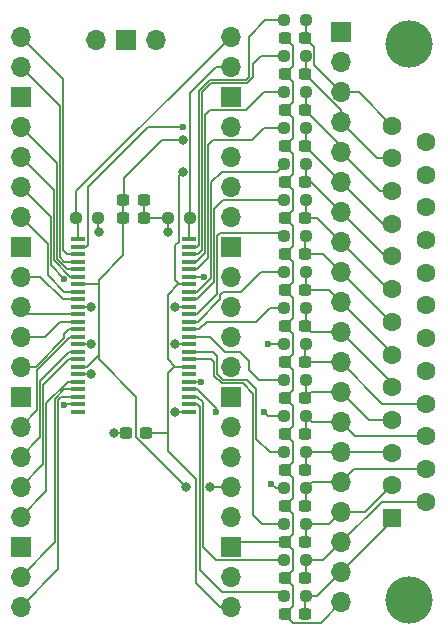
<source format=gbr>
%TF.GenerationSoftware,KiCad,Pcbnew,6.0.10-86aedd382b~118~ubuntu20.04.1*%
%TF.CreationDate,2023-01-18T21:44:42-08:00*%
%TF.ProjectId,parallel2usb,70617261-6c6c-4656-9c32-7573622e6b69,rev?*%
%TF.SameCoordinates,Original*%
%TF.FileFunction,Copper,L1,Top*%
%TF.FilePolarity,Positive*%
%FSLAX46Y46*%
G04 Gerber Fmt 4.6, Leading zero omitted, Abs format (unit mm)*
G04 Created by KiCad (PCBNEW 6.0.10-86aedd382b~118~ubuntu20.04.1) date 2023-01-18 21:44:42*
%MOMM*%
%LPD*%
G01*
G04 APERTURE LIST*
G04 Aperture macros list*
%AMRoundRect*
0 Rectangle with rounded corners*
0 $1 Rounding radius*
0 $2 $3 $4 $5 $6 $7 $8 $9 X,Y pos of 4 corners*
0 Add a 4 corners polygon primitive as box body*
4,1,4,$2,$3,$4,$5,$6,$7,$8,$9,$2,$3,0*
0 Add four circle primitives for the rounded corners*
1,1,$1+$1,$2,$3*
1,1,$1+$1,$4,$5*
1,1,$1+$1,$6,$7*
1,1,$1+$1,$8,$9*
0 Add four rect primitives between the rounded corners*
20,1,$1+$1,$2,$3,$4,$5,0*
20,1,$1+$1,$4,$5,$6,$7,0*
20,1,$1+$1,$6,$7,$8,$9,0*
20,1,$1+$1,$8,$9,$2,$3,0*%
G04 Aperture macros list end*
%TA.AperFunction,SMDPad,CuDef*%
%ADD10RoundRect,0.237500X0.300000X0.237500X-0.300000X0.237500X-0.300000X-0.237500X0.300000X-0.237500X0*%
%TD*%
%TA.AperFunction,SMDPad,CuDef*%
%ADD11RoundRect,0.237500X-0.300000X-0.237500X0.300000X-0.237500X0.300000X0.237500X-0.300000X0.237500X0*%
%TD*%
%TA.AperFunction,SMDPad,CuDef*%
%ADD12RoundRect,0.237500X0.250000X0.237500X-0.250000X0.237500X-0.250000X-0.237500X0.250000X-0.237500X0*%
%TD*%
%TA.AperFunction,SMDPad,CuDef*%
%ADD13R,1.200000X0.400000*%
%TD*%
%TA.AperFunction,ComponentPad*%
%ADD14C,4.000000*%
%TD*%
%TA.AperFunction,ComponentPad*%
%ADD15R,1.600000X1.600000*%
%TD*%
%TA.AperFunction,ComponentPad*%
%ADD16C,1.600000*%
%TD*%
%TA.AperFunction,SMDPad,CuDef*%
%ADD17RoundRect,0.237500X-0.250000X-0.237500X0.250000X-0.237500X0.250000X0.237500X-0.250000X0.237500X0*%
%TD*%
%TA.AperFunction,ComponentPad*%
%ADD18R,1.700000X1.700000*%
%TD*%
%TA.AperFunction,ComponentPad*%
%ADD19O,1.700000X1.700000*%
%TD*%
%TA.AperFunction,ViaPad*%
%ADD20C,0.800000*%
%TD*%
%TA.AperFunction,ViaPad*%
%ADD21C,0.600000*%
%TD*%
%TA.AperFunction,Conductor*%
%ADD22C,0.200000*%
%TD*%
%TA.AperFunction,Conductor*%
%ADD23C,0.127000*%
%TD*%
G04 APERTURE END LIST*
D10*
%TO.P,C3,1*%
%TO.N,/SEL*%
X191717000Y-77597000D03*
%TO.P,C3,2*%
%TO.N,GND*%
X189992000Y-77597000D03*
%TD*%
D11*
%TO.P,C19,1*%
%TO.N,+3.3V*%
X176327000Y-91287600D03*
%TO.P,C19,2*%
%TO.N,GND*%
X178052000Y-91287600D03*
%TD*%
D10*
%TO.P,C16,1*%
%TO.N,/D1*%
X191717000Y-114173000D03*
%TO.P,C16,2*%
%TO.N,GND*%
X189992000Y-114173000D03*
%TD*%
%TO.P,C17,1*%
%TO.N,/D0*%
X191717000Y-120269000D03*
%TO.P,C17,2*%
%TO.N,GND*%
X189992000Y-120269000D03*
%TD*%
D12*
%TO.P,R9,1*%
%TO.N,/SEL*%
X191770000Y-76073000D03*
%TO.P,R9,2*%
%TO.N,Net-(R9-Pad2)*%
X189945000Y-76073000D03*
%TD*%
D10*
%TO.P,C15,1*%
%TO.N,/ERROR*%
X191717000Y-117221000D03*
%TO.P,C15,2*%
%TO.N,GND*%
X189992000Y-117221000D03*
%TD*%
%TO.P,C12,1*%
%TO.N,/ACK*%
X191717000Y-86741000D03*
%TO.P,C12,2*%
%TO.N,GND*%
X189992000Y-86741000D03*
%TD*%
D12*
%TO.P,R3,1*%
%TO.N,/D5*%
X191770000Y-94361000D03*
%TO.P,R3,2*%
%TO.N,Net-(R3-Pad2)*%
X189945000Y-94361000D03*
%TD*%
%TO.P,R12,1*%
%TO.N,/ACK*%
X191770000Y-85217000D03*
%TO.P,R12,2*%
%TO.N,Net-(R12-Pad2)*%
X189945000Y-85217000D03*
%TD*%
D10*
%TO.P,C5,1*%
%TO.N,/D5*%
X191717000Y-95885000D03*
%TO.P,C5,2*%
%TO.N,GND*%
X189992000Y-95885000D03*
%TD*%
%TO.P,C11,1*%
%TO.N,/D3*%
X191717000Y-101981000D03*
%TO.P,C11,2*%
%TO.N,GND*%
X189992000Y-101981000D03*
%TD*%
D12*
%TO.P,R11,1*%
%TO.N,/BUSY*%
X191770000Y-82169000D03*
%TO.P,R11,2*%
%TO.N,Net-(R11-Pad2)*%
X189945000Y-82169000D03*
%TD*%
D13*
%TO.P,U1,1,HD*%
%TO.N,/HD*%
X172464000Y-94615000D03*
%TO.P,U1,2,A9*%
%TO.N,/SEL_3*%
X172464000Y-95250000D03*
%TO.P,U1,3,A10*%
%TO.N,/PE_3*%
X172464000Y-95885000D03*
%TO.P,U1,4,A11*%
%TO.N,/BUSY_3*%
X172464000Y-96520000D03*
%TO.P,U1,5,A12*%
%TO.N,/ACK_3*%
X172464000Y-97155000D03*
%TO.P,U1,6,A13*%
%TO.N,/ERROR_3*%
X172464000Y-97790000D03*
%TO.P,U1,7,Vcc*%
%TO.N,+3.3V*%
X172464000Y-98425000D03*
%TO.P,U1,8,A1*%
%TO.N,/D7_3*%
X172464000Y-99060000D03*
%TO.P,U1,9,A2*%
%TO.N,/D6_3*%
X172464000Y-99695000D03*
%TO.P,U1,10,GND*%
%TO.N,GND*%
X172464000Y-100330000D03*
%TO.P,U1,11,A3*%
%TO.N,/D5_3*%
X172464000Y-100965000D03*
%TO.P,U1,12,A4*%
%TO.N,/D4_3*%
X172464000Y-101600000D03*
%TO.P,U1,13,A5*%
%TO.N,/D3_3*%
X172464000Y-102235000D03*
%TO.P,U1,14,A6*%
%TO.N,/D2_3*%
X172464000Y-102870000D03*
%TO.P,U1,15,GND*%
%TO.N,GND*%
X172464000Y-103505000D03*
%TO.P,U1,16,A7*%
%TO.N,/D1_3*%
X172464000Y-104140000D03*
%TO.P,U1,17,A8*%
%TO.N,/D0_3*%
X172464000Y-104775000D03*
%TO.P,U1,18,Vcc*%
%TO.N,+3.3V*%
X172464000Y-105410000D03*
%TO.P,U1,19,PERI_LOGIC_IN*%
%TO.N,GND*%
X172464000Y-106045000D03*
%TO.P,U1,20,A14*%
%TO.N,/SELIN_3*%
X172464000Y-106680000D03*
%TO.P,U1,21,A15*%
%TO.N,/INIT_3*%
X172464000Y-107315000D03*
%TO.P,U1,22,A16*%
%TO.N,/AUTOF_3*%
X172464000Y-107950000D03*
%TO.P,U1,23,A17*%
%TO.N,/STROBE_3*%
X172464000Y-108585000D03*
%TO.P,U1,24,HOST_LOGIC_OUT*%
%TO.N,unconnected-(U1-Pad24)*%
X172464000Y-109220000D03*
%TO.P,U1,25,HOST_LOGIC_IN*%
%TO.N,GND*%
X181864000Y-109220000D03*
%TO.P,U1,26,C17*%
%TO.N,Net-(R17-Pad2)*%
X181864000Y-108585000D03*
%TO.P,U1,27,C16*%
%TO.N,Net-(R16-Pad2)*%
X181864000Y-107950000D03*
%TO.P,U1,28,C15*%
%TO.N,Net-(R15-Pad2)*%
X181864000Y-107315000D03*
%TO.P,U1,29,C14*%
%TO.N,Net-(R14-Pad2)*%
X181864000Y-106680000D03*
%TO.P,U1,30,PERI_LOGIC_OUT*%
%TO.N,unconnected-(U1-Pad30)*%
X181864000Y-106045000D03*
%TO.P,U1,31,Vcc_Cable*%
%TO.N,+5V*%
X181864000Y-105410000D03*
%TO.P,U1,32,B8*%
%TO.N,Net-(R8-Pad2)*%
X181864000Y-104775000D03*
%TO.P,U1,33,B7*%
%TO.N,Net-(R7-Pad2)*%
X181864000Y-104140000D03*
%TO.P,U1,34,GND*%
%TO.N,GND*%
X181864000Y-103505000D03*
%TO.P,U1,35,B6*%
%TO.N,Net-(R6-Pad2)*%
X181864000Y-102870000D03*
%TO.P,U1,36,B5*%
%TO.N,Net-(R5-Pad2)*%
X181864000Y-102235000D03*
%TO.P,U1,37,B4*%
%TO.N,Net-(R4-Pad2)*%
X181864000Y-101600000D03*
%TO.P,U1,38,B3*%
%TO.N,Net-(R3-Pad2)*%
X181864000Y-100965000D03*
%TO.P,U1,39,GND*%
%TO.N,GND*%
X181864000Y-100330000D03*
%TO.P,U1,40,B2*%
%TO.N,Net-(R2-Pad2)*%
X181864000Y-99695000D03*
%TO.P,U1,41,B1*%
%TO.N,Net-(R1-Pad2)*%
X181864000Y-99060000D03*
%TO.P,U1,42,Vcc_Cable*%
%TO.N,+5V*%
X181864000Y-98425000D03*
%TO.P,U1,43,Y13*%
%TO.N,Net-(R13-Pad2)*%
X181864000Y-97790000D03*
%TO.P,U1,44,Y12*%
%TO.N,Net-(R12-Pad2)*%
X181864000Y-97155000D03*
%TO.P,U1,45,Y11*%
%TO.N,Net-(R11-Pad2)*%
X181864000Y-96520000D03*
%TO.P,U1,46,Y10*%
%TO.N,Net-(R10-Pad2)*%
X181864000Y-95885000D03*
%TO.P,U1,47,Y9*%
%TO.N,Net-(R9-Pad2)*%
X181864000Y-95250000D03*
%TO.P,U1,48,DIR*%
%TO.N,/DIR*%
X181864000Y-94615000D03*
%TD*%
D12*
%TO.P,R16,1*%
%TO.N,/AUTOF*%
X191770000Y-121793000D03*
%TO.P,R16,2*%
%TO.N,Net-(R16-Pad2)*%
X189945000Y-121793000D03*
%TD*%
D10*
%TO.P,C2,1*%
%TO.N,/D6*%
X191717000Y-92837000D03*
%TO.P,C2,2*%
%TO.N,GND*%
X189992000Y-92837000D03*
%TD*%
%TO.P,C4,1*%
%TO.N,/SELIN*%
X191717000Y-105029000D03*
%TO.P,C4,2*%
%TO.N,GND*%
X189992000Y-105029000D03*
%TD*%
%TO.P,C13,1*%
%TO.N,/STROBE*%
X191717000Y-126365000D03*
%TO.P,C13,2*%
%TO.N,GND*%
X189992000Y-126365000D03*
%TD*%
%TO.P,C9,1*%
%TO.N,/BUSY*%
X191717000Y-83693000D03*
%TO.P,C9,2*%
%TO.N,GND*%
X189992000Y-83693000D03*
%TD*%
D12*
%TO.P,R8,1*%
%TO.N,/D0*%
X191770000Y-118745000D03*
%TO.P,R8,2*%
%TO.N,Net-(R8-Pad2)*%
X189945000Y-118745000D03*
%TD*%
%TO.P,R6,1*%
%TO.N,/D2*%
X191770000Y-106553000D03*
%TO.P,R6,2*%
%TO.N,Net-(R6-Pad2)*%
X189945000Y-106553000D03*
%TD*%
D14*
%TO.P,J1,0,PAD*%
%TO.N,GND*%
X200508000Y-78055000D03*
X200508000Y-125155000D03*
D15*
%TO.P,J1,1,1*%
%TO.N,/STROBE*%
X199088000Y-118225000D03*
D16*
%TO.P,J1,2,2*%
%TO.N,/D0*%
X199088000Y-115455000D03*
%TO.P,J1,3,3*%
%TO.N,/D1*%
X199088000Y-112685000D03*
%TO.P,J1,4,4*%
%TO.N,/D2*%
X199088000Y-109915000D03*
%TO.P,J1,5,5*%
%TO.N,/D3*%
X199088000Y-107145000D03*
%TO.P,J1,6,6*%
%TO.N,/D4*%
X199088000Y-104375000D03*
%TO.P,J1,7,7*%
%TO.N,/D5*%
X199088000Y-101605000D03*
%TO.P,J1,8,8*%
%TO.N,/D6*%
X199088000Y-98835000D03*
%TO.P,J1,9,9*%
%TO.N,/D7*%
X199088000Y-96065000D03*
%TO.P,J1,10,10*%
%TO.N,/ACK*%
X199088000Y-93295000D03*
%TO.P,J1,11,11*%
%TO.N,/BUSY*%
X199088000Y-90525000D03*
%TO.P,J1,12,12*%
%TO.N,/PE*%
X199088000Y-87755000D03*
%TO.P,J1,13,13*%
%TO.N,/SEL*%
X199088000Y-84985000D03*
%TO.P,J1,14,P14*%
%TO.N,/AUTOF*%
X201928000Y-116840000D03*
%TO.P,J1,15,P15*%
%TO.N,/ERROR*%
X201928000Y-114070000D03*
%TO.P,J1,16,P16*%
%TO.N,/INIT*%
X201928000Y-111300000D03*
%TO.P,J1,17,P17*%
%TO.N,/SELIN*%
X201928000Y-108530000D03*
%TO.P,J1,18,P18*%
%TO.N,GND*%
X201928000Y-105760000D03*
%TO.P,J1,19,P19*%
X201928000Y-102990000D03*
%TO.P,J1,20,P20*%
X201928000Y-100220000D03*
%TO.P,J1,21,P21*%
X201928000Y-97450000D03*
%TO.P,J1,22,P22*%
X201928000Y-94680000D03*
%TO.P,J1,23,P23*%
X201928000Y-91910000D03*
%TO.P,J1,24,P24*%
X201928000Y-89140000D03*
%TO.P,J1,25,P25*%
X201928000Y-86370000D03*
%TD*%
D12*
%TO.P,R2,1*%
%TO.N,/D6*%
X191770000Y-91313000D03*
%TO.P,R2,2*%
%TO.N,Net-(R2-Pad2)*%
X189945000Y-91313000D03*
%TD*%
%TO.P,R15,1*%
%TO.N,/INIT*%
X191770000Y-109601000D03*
%TO.P,R15,2*%
%TO.N,Net-(R15-Pad2)*%
X189945000Y-109601000D03*
%TD*%
D10*
%TO.P,C10,1*%
%TO.N,/AUTOF*%
X191717000Y-123317000D03*
%TO.P,C10,2*%
%TO.N,GND*%
X189992000Y-123317000D03*
%TD*%
%TO.P,C8,1*%
%TO.N,/D4*%
X191717000Y-98933000D03*
%TO.P,C8,2*%
%TO.N,GND*%
X189992000Y-98933000D03*
%TD*%
%TO.P,C20,1*%
%TO.N,+5V*%
X178281500Y-110998000D03*
%TO.P,C20,2*%
%TO.N,GND*%
X176556500Y-110998000D03*
%TD*%
D12*
%TO.P,R14,1*%
%TO.N,/SELIN*%
X191770000Y-103505000D03*
%TO.P,R14,2*%
%TO.N,Net-(R14-Pad2)*%
X189945000Y-103505000D03*
%TD*%
%TO.P,R18,1*%
%TO.N,GND*%
X174187400Y-92837000D03*
%TO.P,R18,2*%
%TO.N,/HD*%
X172362400Y-92837000D03*
%TD*%
%TO.P,R13,1*%
%TO.N,/ERROR*%
X191770000Y-115697000D03*
%TO.P,R13,2*%
%TO.N,Net-(R13-Pad2)*%
X189945000Y-115697000D03*
%TD*%
%TO.P,R10,1*%
%TO.N,/PE*%
X191770000Y-79121000D03*
%TO.P,R10,2*%
%TO.N,Net-(R10-Pad2)*%
X189945000Y-79121000D03*
%TD*%
D10*
%TO.P,C6,1*%
%TO.N,/PE*%
X191717000Y-80645000D03*
%TO.P,C6,2*%
%TO.N,GND*%
X189992000Y-80645000D03*
%TD*%
%TO.P,C14,1*%
%TO.N,/D2*%
X191717000Y-108077000D03*
%TO.P,C14,2*%
%TO.N,GND*%
X189992000Y-108077000D03*
%TD*%
%TO.P,C1,1*%
%TO.N,/D7*%
X191717000Y-89789000D03*
%TO.P,C1,2*%
%TO.N,GND*%
X189992000Y-89789000D03*
%TD*%
D17*
%TO.P,R19,1*%
%TO.N,GND*%
X180138600Y-92837000D03*
%TO.P,R19,2*%
%TO.N,/DIR*%
X181963600Y-92837000D03*
%TD*%
D12*
%TO.P,R17,1*%
%TO.N,/STROBE*%
X191770000Y-124841000D03*
%TO.P,R17,2*%
%TO.N,Net-(R17-Pad2)*%
X189945000Y-124841000D03*
%TD*%
%TO.P,R7,1*%
%TO.N,/D1*%
X191770000Y-112649000D03*
%TO.P,R7,2*%
%TO.N,Net-(R7-Pad2)*%
X189945000Y-112649000D03*
%TD*%
D11*
%TO.P,C18,1*%
%TO.N,+3.3V*%
X176327000Y-92837000D03*
%TO.P,C18,2*%
%TO.N,GND*%
X178052000Y-92837000D03*
%TD*%
D10*
%TO.P,C7,1*%
%TO.N,/INIT*%
X191717000Y-111125000D03*
%TO.P,C7,2*%
%TO.N,GND*%
X189992000Y-111125000D03*
%TD*%
D12*
%TO.P,R1,1*%
%TO.N,/D7*%
X191770000Y-88265000D03*
%TO.P,R1,2*%
%TO.N,Net-(R1-Pad2)*%
X189945000Y-88265000D03*
%TD*%
%TO.P,R4,1*%
%TO.N,/D4*%
X191770000Y-97409000D03*
%TO.P,R4,2*%
%TO.N,Net-(R4-Pad2)*%
X189945000Y-97409000D03*
%TD*%
D18*
%TO.P,J2,1,Pin_1*%
%TO.N,+3.3V*%
X194770000Y-77089000D03*
D19*
%TO.P,J2,2,Pin_2*%
%TO.N,+5V*%
X194770000Y-79629000D03*
%TO.P,J2,3,Pin_3*%
%TO.N,/SEL*%
X194770000Y-82169000D03*
%TO.P,J2,4,Pin_4*%
%TO.N,/PE*%
X194770000Y-84709000D03*
%TO.P,J2,5,Pin_5*%
%TO.N,/BUSY*%
X194770000Y-87249000D03*
%TO.P,J2,6,Pin_6*%
%TO.N,/ACK*%
X194770000Y-89789000D03*
%TO.P,J2,7,Pin_7*%
%TO.N,/D7*%
X194770000Y-92329000D03*
%TO.P,J2,8,Pin_8*%
%TO.N,/D6*%
X194770000Y-94869000D03*
%TO.P,J2,9,Pin_9*%
%TO.N,/D5*%
X194770000Y-97409000D03*
%TO.P,J2,10,Pin_10*%
%TO.N,/D4*%
X194770000Y-99949000D03*
%TO.P,J2,11,Pin_11*%
%TO.N,/D3*%
X194770000Y-102489000D03*
%TO.P,J2,12,Pin_12*%
%TO.N,/SELIN*%
X194770000Y-105029000D03*
%TO.P,J2,13,Pin_13*%
%TO.N,/D2*%
X194770000Y-107569000D03*
%TO.P,J2,14,Pin_14*%
%TO.N,/INIT*%
X194770000Y-110109000D03*
%TO.P,J2,15,Pin_15*%
%TO.N,/D1*%
X194770000Y-112649000D03*
%TO.P,J2,16,Pin_16*%
%TO.N,/ERROR*%
X194770000Y-115189000D03*
%TO.P,J2,17,Pin_17*%
%TO.N,/D0*%
X194770000Y-117729000D03*
%TO.P,J2,18,Pin_18*%
%TO.N,/AUTOF*%
X194770000Y-120269000D03*
%TO.P,J2,19,Pin_19*%
%TO.N,/STROBE*%
X194770000Y-122809000D03*
%TO.P,J2,20,Pin_20*%
%TO.N,GND*%
X194770000Y-125349000D03*
%TD*%
D12*
%TO.P,R5,1*%
%TO.N,/D3*%
X191770000Y-100457000D03*
%TO.P,R5,2*%
%TO.N,Net-(R5-Pad2)*%
X189945000Y-100457000D03*
%TD*%
D19*
%TO.P,U2,1,GPIO0*%
%TO.N,/AUTOF_3*%
X167640000Y-125730000D03*
%TO.P,U2,2,GPIO1*%
%TO.N,/INIT_3*%
X167640000Y-123190000D03*
D18*
%TO.P,U2,3,GND*%
%TO.N,GND*%
X167640000Y-120650000D03*
D19*
%TO.P,U2,4,GPIO2*%
%TO.N,/SELIN_3*%
X167640000Y-118110000D03*
%TO.P,U2,5,GPIO3*%
%TO.N,/D0_3*%
X167640000Y-115570000D03*
%TO.P,U2,6,GPIO4*%
%TO.N,/D1_3*%
X167640000Y-113030000D03*
%TO.P,U2,7,GPIO5*%
%TO.N,/D2_3*%
X167640000Y-110490000D03*
D18*
%TO.P,U2,8,GND*%
%TO.N,GND*%
X167640000Y-107950000D03*
D19*
%TO.P,U2,9,GPIO6*%
%TO.N,/D3_3*%
X167640000Y-105410000D03*
%TO.P,U2,10,GPIO7*%
%TO.N,/D4_3*%
X167640000Y-102870000D03*
%TO.P,U2,11,GPIO8*%
%TO.N,/D5_3*%
X167640000Y-100330000D03*
%TO.P,U2,12,GPIO9*%
%TO.N,/D6_3*%
X167640000Y-97790000D03*
D18*
%TO.P,U2,13,GND*%
%TO.N,GND*%
X167640000Y-95250000D03*
D19*
%TO.P,U2,14,GPIO10*%
%TO.N,/D7_3*%
X167640000Y-92710000D03*
%TO.P,U2,15,GPIO11*%
%TO.N,/STROBE_3*%
X167640000Y-90170000D03*
%TO.P,U2,16,GPIO12*%
%TO.N,/ERROR_3*%
X167640000Y-87630000D03*
%TO.P,U2,17,GPIO13*%
%TO.N,/ACK_3*%
X167640000Y-85090000D03*
D18*
%TO.P,U2,18,GND*%
%TO.N,GND*%
X167640000Y-82550000D03*
D19*
%TO.P,U2,19,GPIO14*%
%TO.N,/BUSY_3*%
X167640000Y-80010000D03*
%TO.P,U2,20,GPIO15*%
%TO.N,/PE_3*%
X167640000Y-77470000D03*
%TO.P,U2,21,GPIO16*%
%TO.N,/HD*%
X185420000Y-77470000D03*
%TO.P,U2,22,GPIO17*%
%TO.N,/DIR*%
X185420000Y-80010000D03*
D18*
%TO.P,U2,23,GND*%
%TO.N,GND*%
X185420000Y-82550000D03*
D19*
%TO.P,U2,24,GPIO18*%
%TO.N,/SEL_3*%
X185420000Y-85090000D03*
%TO.P,U2,25,GPIO19*%
%TO.N,unconnected-(U2-Pad25)*%
X185420000Y-87630000D03*
%TO.P,U2,26,GPIO20*%
%TO.N,unconnected-(U2-Pad26)*%
X185420000Y-90170000D03*
%TO.P,U2,27,GPIO21*%
%TO.N,/JUMPER_PIN*%
X185420000Y-92710000D03*
D18*
%TO.P,U2,28,GND*%
%TO.N,GND*%
X185420000Y-95250000D03*
D19*
%TO.P,U2,29,GPIO22*%
%TO.N,unconnected-(U2-Pad29)*%
X185420000Y-97790000D03*
%TO.P,U2,30,RUN*%
%TO.N,unconnected-(U2-Pad30)*%
X185420000Y-100330000D03*
%TO.P,U2,31,GPIO26_ADC0*%
%TO.N,unconnected-(U2-Pad31)*%
X185420000Y-102870000D03*
%TO.P,U2,32,GPIO27_ADC1*%
%TO.N,unconnected-(U2-Pad32)*%
X185420000Y-105410000D03*
D18*
%TO.P,U2,33,AGND*%
%TO.N,GND*%
X185420000Y-107950000D03*
D19*
%TO.P,U2,34,GPIO28_ADC2*%
X185420000Y-110490000D03*
%TO.P,U2,35,ADC_VREF*%
%TO.N,unconnected-(U2-Pad35)*%
X185420000Y-113030000D03*
%TO.P,U2,36,3V3*%
%TO.N,+3.3V*%
X185420000Y-115570000D03*
%TO.P,U2,37,3V3_EN*%
%TO.N,unconnected-(U2-Pad37)*%
X185420000Y-118110000D03*
D18*
%TO.P,U2,38,GND*%
%TO.N,GND*%
X185420000Y-120650000D03*
D19*
%TO.P,U2,39,VSYS*%
%TO.N,unconnected-(U2-Pad39)*%
X185420000Y-123190000D03*
%TO.P,U2,40,VBUS*%
%TO.N,+5V*%
X185420000Y-125730000D03*
%TO.P,U2,41,SWCLK*%
%TO.N,unconnected-(U2-Pad41)*%
X173990000Y-77700000D03*
D18*
%TO.P,U2,42,GND*%
%TO.N,unconnected-(U2-Pad42)*%
X176530000Y-77700000D03*
D19*
%TO.P,U2,43,SWDIO*%
%TO.N,unconnected-(U2-Pad43)*%
X179070000Y-77700000D03*
%TD*%
D20*
%TO.N,GND*%
X180721000Y-103505000D03*
X174244000Y-93980000D03*
X173609000Y-100330000D03*
X180721000Y-100330000D03*
X173609000Y-106045000D03*
X173609000Y-103505000D03*
X175514000Y-110998000D03*
X180086000Y-93980000D03*
X180721000Y-109220000D03*
%TO.N,+3.3V*%
X183642000Y-115570000D03*
X181356000Y-86233000D03*
X181610000Y-115570000D03*
%TO.N,+5V*%
X181356000Y-88900000D03*
D21*
%TO.N,Net-(R13-Pad2)*%
X188849000Y-115316000D03*
X183134000Y-97790000D03*
%TO.N,Net-(R14-Pad2)*%
X182880000Y-106680000D03*
X188595000Y-103505000D03*
%TO.N,Net-(R15-Pad2)*%
X184150000Y-109220000D03*
X188214000Y-109220000D03*
%TO.N,/STROBE_3*%
X171340803Y-108611705D03*
X171294017Y-97945983D03*
%TO.N,/SEL_3*%
X181356000Y-85090000D03*
%TD*%
D22*
%TO.N,GND*%
X189992000Y-117221000D02*
X190659500Y-117888500D01*
X190659500Y-102648500D02*
X190659500Y-104361500D01*
X190659500Y-81312500D02*
X190659500Y-83025500D01*
X178052000Y-92837000D02*
X180138600Y-92837000D01*
X190694000Y-127067000D02*
X193052000Y-127067000D01*
X193052000Y-127067000D02*
X194770000Y-125349000D01*
X190659500Y-78264500D02*
X190659500Y-79977500D01*
X178052000Y-91287600D02*
X178052000Y-92837000D01*
X190659500Y-117888500D02*
X190659500Y-119601500D01*
X189992000Y-123317000D02*
X190659500Y-123984500D01*
X190659500Y-123984500D02*
X190659500Y-125697500D01*
X190659500Y-119601500D02*
X189992000Y-120269000D01*
X181064000Y-100330000D02*
X180721000Y-100330000D01*
X181864000Y-109220000D02*
X180721000Y-109220000D01*
X190659500Y-114840500D02*
X190659500Y-116553500D01*
X189992000Y-114173000D02*
X190659500Y-114840500D01*
X189992000Y-95885000D02*
X190659500Y-96552500D01*
X190659500Y-93504500D02*
X190659500Y-95217500D01*
X181064000Y-100330000D02*
X181864000Y-100330000D01*
X190659500Y-125697500D02*
X189992000Y-126365000D01*
X180138600Y-92837000D02*
X180138600Y-93927400D01*
X185801000Y-120269000D02*
X185420000Y-120650000D01*
X189992000Y-111125000D02*
X190659500Y-111792500D01*
X189992000Y-86741000D02*
X190659500Y-87408500D01*
X190659500Y-122649500D02*
X189992000Y-123317000D01*
X189992000Y-89789000D02*
X190659500Y-90456500D01*
X189992000Y-77597000D02*
X190659500Y-78264500D01*
X190659500Y-95217500D02*
X189992000Y-95885000D01*
X190659500Y-96552500D02*
X190659500Y-98265500D01*
X189992000Y-101981000D02*
X190659500Y-102648500D01*
X190659500Y-116553500D02*
X189992000Y-117221000D01*
X190659500Y-83025500D02*
X189992000Y-83693000D01*
X172464000Y-103505000D02*
X173609000Y-103505000D01*
X180138600Y-93927400D02*
X180086000Y-93980000D01*
X190659500Y-86073500D02*
X189992000Y-86741000D01*
X190659500Y-84360500D02*
X190659500Y-86073500D01*
X190659500Y-113505500D02*
X189992000Y-114173000D01*
X172464000Y-100330000D02*
X173609000Y-100330000D01*
X190659500Y-110457500D02*
X189992000Y-111125000D01*
X189992000Y-98933000D02*
X190659500Y-99600500D01*
X190659500Y-79977500D02*
X189992000Y-80645000D01*
X190659500Y-104361500D02*
X189992000Y-105029000D01*
X190659500Y-120936500D02*
X190659500Y-122649500D01*
X190659500Y-99600500D02*
X190659500Y-101313500D01*
X190659500Y-92169500D02*
X189992000Y-92837000D01*
X189992000Y-126365000D02*
X190694000Y-127067000D01*
X190659500Y-87408500D02*
X190659500Y-89121500D01*
X176556500Y-110998000D02*
X175514000Y-110998000D01*
X190659500Y-98265500D02*
X189992000Y-98933000D01*
X172464000Y-106045000D02*
X173609000Y-106045000D01*
X190659500Y-101313500D02*
X189992000Y-101981000D01*
X189992000Y-80645000D02*
X190659500Y-81312500D01*
X190659500Y-107409500D02*
X189992000Y-108077000D01*
X189992000Y-92837000D02*
X190659500Y-93504500D01*
X190659500Y-89121500D02*
X189992000Y-89789000D01*
X189992000Y-120269000D02*
X185801000Y-120269000D01*
X189992000Y-83693000D02*
X190659500Y-84360500D01*
X189992000Y-120269000D02*
X190659500Y-120936500D01*
X181864000Y-103505000D02*
X180721000Y-103505000D01*
X189992000Y-105029000D02*
X190659500Y-105696500D01*
X190659500Y-105696500D02*
X190659500Y-107409500D01*
X174187400Y-92837000D02*
X174187400Y-93923400D01*
X189992000Y-108077000D02*
X190659500Y-108744500D01*
X174187400Y-93923400D02*
X174244000Y-93980000D01*
X190659500Y-108744500D02*
X190659500Y-110457500D01*
X190659500Y-90456500D02*
X190659500Y-92169500D01*
X190659500Y-111792500D02*
X190659500Y-113505500D01*
D23*
%TO.N,/STROBE*%
X191770000Y-124841000D02*
X192738000Y-124841000D01*
X192738000Y-124841000D02*
X194770000Y-122809000D01*
X191717000Y-124894000D02*
X191717000Y-126365000D01*
X191770000Y-124841000D02*
X191717000Y-124894000D01*
X199088000Y-118491000D02*
X199088000Y-118225000D01*
X194770000Y-122809000D02*
X199088000Y-118491000D01*
%TO.N,/D0*%
X191770000Y-120216000D02*
X191717000Y-120269000D01*
X193754000Y-118745000D02*
X194770000Y-117729000D01*
X191770000Y-118745000D02*
X191770000Y-120216000D01*
X196814000Y-117729000D02*
X199088000Y-115455000D01*
X191770000Y-118745000D02*
X193754000Y-118745000D01*
X194770000Y-117729000D02*
X196814000Y-117729000D01*
%TO.N,/D1*%
X199052000Y-112649000D02*
X199088000Y-112685000D01*
X194770000Y-112649000D02*
X199052000Y-112649000D01*
X191770000Y-112649000D02*
X194770000Y-112649000D01*
X191770000Y-112649000D02*
X191770000Y-114120000D01*
X191770000Y-114120000D02*
X191717000Y-114173000D01*
%TO.N,/D2*%
X197116000Y-109915000D02*
X199088000Y-109915000D01*
X191770000Y-108024000D02*
X191717000Y-108077000D01*
X194770000Y-107569000D02*
X197116000Y-109915000D01*
X191717000Y-108077000D02*
X192225000Y-107569000D01*
X192225000Y-107569000D02*
X194770000Y-107569000D01*
X191770000Y-106553000D02*
X191770000Y-108024000D01*
%TO.N,/D3*%
X191770000Y-100457000D02*
X191770000Y-101928000D01*
X191717000Y-101981000D02*
X192225000Y-102489000D01*
X194770000Y-102489000D02*
X199088000Y-106807000D01*
X192225000Y-102489000D02*
X194770000Y-102489000D01*
X191770000Y-101928000D02*
X191717000Y-101981000D01*
X199088000Y-106807000D02*
X199088000Y-107145000D01*
%TO.N,/D4*%
X191770000Y-97409000D02*
X191770000Y-98880000D01*
X193754000Y-98933000D02*
X194770000Y-99949000D01*
X199088000Y-104267000D02*
X199088000Y-104375000D01*
X194770000Y-99949000D02*
X199088000Y-104267000D01*
X191770000Y-98880000D02*
X191717000Y-98933000D01*
X191717000Y-98933000D02*
X193754000Y-98933000D01*
%TO.N,/D5*%
X191717000Y-94414000D02*
X191717000Y-95885000D01*
X193246000Y-95885000D02*
X194770000Y-97409000D01*
X191770000Y-94361000D02*
X191717000Y-94414000D01*
X198966000Y-101605000D02*
X199088000Y-101605000D01*
X191717000Y-95885000D02*
X193246000Y-95885000D01*
X194770000Y-97409000D02*
X198966000Y-101605000D01*
%TO.N,/D6*%
X194770000Y-94869000D02*
X198736000Y-98835000D01*
X198736000Y-98835000D02*
X199088000Y-98835000D01*
X192738000Y-92837000D02*
X194770000Y-94869000D01*
X191770000Y-91313000D02*
X191770000Y-92784000D01*
X191717000Y-92837000D02*
X192738000Y-92837000D01*
X191770000Y-92784000D02*
X191717000Y-92837000D01*
%TO.N,/ACK*%
X194770000Y-89789000D02*
X198276000Y-93295000D01*
X191722000Y-86741000D02*
X194770000Y-89789000D01*
X198276000Y-93295000D02*
X199088000Y-93295000D01*
X191717000Y-86741000D02*
X191722000Y-86741000D01*
X191770000Y-85217000D02*
X191770000Y-86688000D01*
X191770000Y-86688000D02*
X191717000Y-86741000D01*
%TO.N,/BUSY*%
X191770000Y-83640000D02*
X191717000Y-83693000D01*
X194770000Y-87249000D02*
X198046000Y-90525000D01*
X194770000Y-86746000D02*
X194770000Y-87249000D01*
X198046000Y-90525000D02*
X199088000Y-90525000D01*
X191770000Y-82169000D02*
X191770000Y-83640000D01*
X191717000Y-83693000D02*
X194770000Y-86746000D01*
%TO.N,/PE*%
X191717000Y-80645000D02*
X194770000Y-83698000D01*
X194770000Y-83698000D02*
X194770000Y-84709000D01*
X194770000Y-84709000D02*
X197816000Y-87755000D01*
X197816000Y-87755000D02*
X199088000Y-87755000D01*
X191770000Y-79121000D02*
X191770000Y-80592000D01*
X191770000Y-80592000D02*
X191717000Y-80645000D01*
%TO.N,/SEL*%
X191717000Y-77597000D02*
X192448000Y-78328000D01*
X196272000Y-82169000D02*
X199088000Y-84985000D01*
X194770000Y-82169000D02*
X196272000Y-82169000D01*
X192448000Y-79847000D02*
X194770000Y-82169000D01*
X191770000Y-76073000D02*
X191770000Y-77544000D01*
X192448000Y-78328000D02*
X192448000Y-79847000D01*
X191770000Y-77544000D02*
X191717000Y-77597000D01*
%TO.N,/AUTOF*%
X191770000Y-121793000D02*
X193246000Y-121793000D01*
X194770000Y-120269000D02*
X198199000Y-116840000D01*
X191770000Y-123264000D02*
X191717000Y-123317000D01*
X198199000Y-116840000D02*
X201928000Y-116840000D01*
X193246000Y-121793000D02*
X194770000Y-120269000D01*
X191770000Y-121793000D02*
X191770000Y-123264000D01*
%TO.N,/ERROR*%
X191770000Y-117168000D02*
X191717000Y-117221000D01*
X195889000Y-114070000D02*
X201928000Y-114070000D01*
X192278000Y-115189000D02*
X194770000Y-115189000D01*
X191770000Y-115697000D02*
X192278000Y-115189000D01*
X194770000Y-115189000D02*
X195889000Y-114070000D01*
X191770000Y-115697000D02*
X191770000Y-117168000D01*
%TO.N,/INIT*%
X191770000Y-109601000D02*
X191770000Y-111072000D01*
X192278000Y-110109000D02*
X194770000Y-110109000D01*
X194770000Y-110109000D02*
X195961000Y-111300000D01*
X191770000Y-109601000D02*
X192278000Y-110109000D01*
X191770000Y-111072000D02*
X191717000Y-111125000D01*
X195961000Y-111300000D02*
X201928000Y-111300000D01*
%TO.N,/SELIN*%
X191770000Y-103505000D02*
X191717000Y-103558000D01*
X191717000Y-105029000D02*
X194770000Y-105029000D01*
X191717000Y-103558000D02*
X191717000Y-105029000D01*
X198271000Y-108530000D02*
X201928000Y-108530000D01*
X194770000Y-105029000D02*
X198271000Y-108530000D01*
%TO.N,/D7*%
X191770000Y-89736000D02*
X191717000Y-89789000D01*
X198506000Y-96065000D02*
X199088000Y-96065000D01*
X194770000Y-92329000D02*
X198506000Y-96065000D01*
X191717000Y-89789000D02*
X192230000Y-89789000D01*
X192230000Y-89789000D02*
X194770000Y-92329000D01*
X191770000Y-88265000D02*
X191770000Y-89736000D01*
%TO.N,/D7_3*%
X172464000Y-99060000D02*
X171323000Y-99060000D01*
X169926000Y-97663000D02*
X169926000Y-94996000D01*
X171323000Y-99060000D02*
X169926000Y-97663000D01*
X169926000Y-94996000D02*
X167640000Y-92710000D01*
%TO.N,/D6_3*%
X172464000Y-99695000D02*
X171196000Y-99695000D01*
X171196000Y-99695000D02*
X169291000Y-97790000D01*
X169291000Y-97790000D02*
X167640000Y-97790000D01*
%TO.N,/D5_3*%
X167640000Y-100330000D02*
X168275000Y-100965000D01*
X168275000Y-100965000D02*
X172464000Y-100965000D01*
%TO.N,/D4_3*%
X169672000Y-102870000D02*
X170942000Y-101600000D01*
X167640000Y-102870000D02*
X169672000Y-102870000D01*
X170942000Y-101600000D02*
X172464000Y-101600000D01*
%TO.N,/D3_3*%
X171323000Y-102997000D02*
X171323000Y-102649000D01*
X167640000Y-105410000D02*
X168910000Y-105410000D01*
X171323000Y-102649000D02*
X171737000Y-102235000D01*
X168910000Y-105410000D02*
X171323000Y-102997000D01*
X171737000Y-102235000D02*
X172464000Y-102235000D01*
%TO.N,/D2_3*%
X171831000Y-102870000D02*
X172464000Y-102870000D01*
X169037000Y-105641504D02*
X171576501Y-103102003D01*
X171598997Y-103102003D02*
X171831000Y-102870000D01*
X169037000Y-109093000D02*
X169037000Y-105641504D01*
X171576501Y-103102003D02*
X171598997Y-103102003D01*
X167640000Y-110490000D02*
X169037000Y-109093000D01*
%TO.N,/D1_3*%
X171737000Y-104140000D02*
X172464000Y-104140000D01*
X169291000Y-106586000D02*
X171737000Y-104140000D01*
X167640000Y-113030000D02*
X169291000Y-111379000D01*
X169291000Y-111379000D02*
X169291000Y-106586000D01*
%TO.N,/D0_3*%
X169545000Y-113665000D02*
X169545000Y-106967000D01*
X169545000Y-106967000D02*
X171737000Y-104775000D01*
X171737000Y-104775000D02*
X172464000Y-104775000D01*
X167640000Y-115570000D02*
X169545000Y-113665000D01*
D22*
%TO.N,+3.3V*%
X179578000Y-86233000D02*
X181356000Y-86233000D01*
X174235500Y-98052500D02*
X176327000Y-95961000D01*
X176327000Y-95961000D02*
X176327000Y-92837000D01*
X174235500Y-104766500D02*
X177419000Y-107950000D01*
X176403000Y-89408000D02*
X179578000Y-86233000D01*
X176403000Y-91211600D02*
X176403000Y-89408000D01*
X172464000Y-98425000D02*
X174227000Y-98425000D01*
X185420000Y-115570000D02*
X183642000Y-115570000D01*
X176327000Y-91287600D02*
X176327000Y-92837000D01*
X172464000Y-105410000D02*
X173264000Y-105410000D01*
X174235500Y-104438500D02*
X174235500Y-98416500D01*
X174235500Y-104438500D02*
X174235500Y-104766500D01*
X173264000Y-105410000D02*
X174235500Y-104438500D01*
X177419000Y-107950000D02*
X177419000Y-111379000D01*
X174227000Y-98425000D02*
X174235500Y-98416500D01*
X177419000Y-111379000D02*
X181610000Y-115570000D01*
X174235500Y-98416500D02*
X174235500Y-98052500D01*
X176327000Y-91287600D02*
X176403000Y-91211600D01*
%TO.N,+5V*%
X180721000Y-95123000D02*
X180721000Y-98082000D01*
X180086000Y-105918000D02*
X180594000Y-105410000D01*
X181064000Y-98425000D02*
X181864000Y-98425000D01*
X184531000Y-125730000D02*
X182508499Y-123707499D01*
X180594000Y-105410000D02*
X180975000Y-105410000D01*
X182508499Y-114944499D02*
X180086000Y-112522000D01*
X181356000Y-88900000D02*
X181037000Y-89219000D01*
X180975000Y-98425000D02*
X181864000Y-98425000D01*
X180721000Y-105410000D02*
X180086000Y-104775000D01*
X180086000Y-112522000D02*
X180086000Y-110998000D01*
X178281500Y-110998000D02*
X180086000Y-110998000D01*
X182508499Y-123707499D02*
X182508499Y-114944499D01*
X180086000Y-104775000D02*
X180086000Y-99314000D01*
X181037000Y-89219000D02*
X181037000Y-94807000D01*
X181037000Y-94807000D02*
X180721000Y-95123000D01*
X180086000Y-110998000D02*
X180086000Y-105918000D01*
X185420000Y-125730000D02*
X184531000Y-125730000D01*
X181864000Y-105410000D02*
X180975000Y-105410000D01*
X180721000Y-98082000D02*
X181064000Y-98425000D01*
X180975000Y-105410000D02*
X180721000Y-105410000D01*
X180086000Y-99314000D02*
X180975000Y-98425000D01*
D23*
%TO.N,Net-(R1-Pad2)*%
X181864000Y-99060000D02*
X182591000Y-99060000D01*
X184658000Y-88900000D02*
X189310000Y-88900000D01*
X183769000Y-89789000D02*
X184658000Y-88900000D01*
X183769000Y-97882000D02*
X183769000Y-89789000D01*
X189310000Y-88900000D02*
X189945000Y-88265000D01*
X182591000Y-99060000D02*
X183769000Y-97882000D01*
%TO.N,Net-(R2-Pad2)*%
X181864000Y-99695000D02*
X182591000Y-99695000D01*
X184785000Y-91313000D02*
X189945000Y-91313000D01*
X184023000Y-98263000D02*
X184023000Y-92075000D01*
X184023000Y-92075000D02*
X184785000Y-91313000D01*
X182591000Y-99695000D02*
X184023000Y-98263000D01*
%TO.N,Net-(R3-Pad2)*%
X184277000Y-99279000D02*
X184277000Y-94361000D01*
X184277000Y-94361000D02*
X184531000Y-94107000D01*
X184531000Y-94107000D02*
X189691000Y-94107000D01*
X189691000Y-94107000D02*
X189945000Y-94361000D01*
X182591000Y-100965000D02*
X184277000Y-99279000D01*
X181864000Y-100965000D02*
X182591000Y-100965000D01*
%TO.N,Net-(R4-Pad2)*%
X187960000Y-97409000D02*
X189945000Y-97409000D01*
X186309000Y-99060000D02*
X187960000Y-97409000D01*
X184531000Y-99695000D02*
X184531000Y-99314000D01*
X181864000Y-101600000D02*
X182626000Y-101600000D01*
X182626000Y-101600000D02*
X184531000Y-99695000D01*
X184531000Y-99314000D02*
X184785000Y-99060000D01*
X184785000Y-99060000D02*
X186309000Y-99060000D01*
%TO.N,Net-(R5-Pad2)*%
X187579000Y-101600000D02*
X188722000Y-100457000D01*
X181864000Y-102235000D02*
X182753000Y-102235000D01*
X188722000Y-100457000D02*
X189945000Y-100457000D01*
X183388000Y-101600000D02*
X187579000Y-101600000D01*
X182753000Y-102235000D02*
X183388000Y-101600000D01*
%TO.N,Net-(R6-Pad2)*%
X186944000Y-104902000D02*
X186944000Y-105664000D01*
X187833000Y-106553000D02*
X189945000Y-106553000D01*
X186944000Y-105664000D02*
X187833000Y-106553000D01*
X183642000Y-102870000D02*
X184912000Y-104140000D01*
X184912000Y-104140000D02*
X186182000Y-104140000D01*
X186182000Y-104140000D02*
X186944000Y-104902000D01*
X181864000Y-102870000D02*
X183642000Y-102870000D01*
%TO.N,Net-(R7-Pad2)*%
X188722000Y-112649000D02*
X189945000Y-112649000D01*
X181864000Y-104140000D02*
X183896000Y-104140000D01*
X187579000Y-107315000D02*
X187579000Y-111506000D01*
X184277000Y-104521000D02*
X184277000Y-106045000D01*
X183896000Y-104140000D02*
X184277000Y-104521000D01*
X184785000Y-106553000D02*
X186817000Y-106553000D01*
X187579000Y-111506000D02*
X188722000Y-112649000D01*
X186817000Y-106553000D02*
X187579000Y-107315000D01*
X184277000Y-106045000D02*
X184785000Y-106553000D01*
%TO.N,Net-(R8-Pad2)*%
X188087000Y-118745000D02*
X189945000Y-118745000D01*
X183769000Y-104775000D02*
X184023000Y-105029000D01*
X187325000Y-117983000D02*
X188087000Y-118745000D01*
X184658000Y-106807000D02*
X186436000Y-106807000D01*
X181864000Y-104775000D02*
X183769000Y-104775000D01*
X187325000Y-107696000D02*
X187325000Y-117983000D01*
X184023000Y-106172000D02*
X184658000Y-106807000D01*
X184023000Y-105029000D02*
X184023000Y-106172000D01*
X186436000Y-106807000D02*
X187325000Y-107696000D01*
%TO.N,Net-(R9-Pad2)*%
X188341000Y-76073000D02*
X189945000Y-76073000D01*
X182753499Y-82063997D02*
X183663997Y-81153499D01*
X182753499Y-95087501D02*
X182753499Y-82063997D01*
X186689501Y-81153499D02*
X186944000Y-80899000D01*
X181864000Y-95250000D02*
X182591000Y-95250000D01*
X182591000Y-95250000D02*
X182753499Y-95087501D01*
X186944000Y-80899000D02*
X186944000Y-77470000D01*
X183663997Y-81153499D02*
X186689501Y-81153499D01*
X186944000Y-77470000D02*
X188341000Y-76073000D01*
%TO.N,Net-(R10-Pad2)*%
X183769000Y-81407000D02*
X186817000Y-81407000D01*
X182626000Y-95885000D02*
X183007000Y-95504000D01*
X183007000Y-82169000D02*
X183769000Y-81407000D01*
X187960000Y-79121000D02*
X189945000Y-79121000D01*
X183007000Y-95504000D02*
X183007000Y-82169000D01*
X187325000Y-79756000D02*
X187960000Y-79121000D01*
X186817000Y-81407000D02*
X187325000Y-80899000D01*
X181864000Y-95885000D02*
X182626000Y-95885000D01*
X187325000Y-80899000D02*
X187325000Y-79756000D01*
%TO.N,Net-(R11-Pad2)*%
X181864000Y-96520000D02*
X182499000Y-96520000D01*
X182499000Y-96520000D02*
X183261000Y-95758000D01*
X186690000Y-83693000D02*
X188214000Y-82169000D01*
X183642000Y-83693000D02*
X186690000Y-83693000D01*
X183261000Y-95758000D02*
X183261000Y-84074000D01*
X188214000Y-82169000D02*
X189945000Y-82169000D01*
X183261000Y-84074000D02*
X183642000Y-83693000D01*
%TO.N,Net-(R12-Pad2)*%
X183896000Y-86233000D02*
X187198000Y-86233000D01*
X188214000Y-85217000D02*
X189945000Y-85217000D01*
X181864000Y-97155000D02*
X182591000Y-97155000D01*
X187198000Y-86233000D02*
X188214000Y-85217000D01*
X182591000Y-97155000D02*
X183515000Y-96231000D01*
X183515000Y-86614000D02*
X183896000Y-86233000D01*
X183515000Y-96231000D02*
X183515000Y-86614000D01*
%TO.N,Net-(R13-Pad2)*%
X189230000Y-115697000D02*
X188849000Y-115316000D01*
X189945000Y-115697000D02*
X189230000Y-115697000D01*
X183134000Y-97790000D02*
X181864000Y-97790000D01*
%TO.N,Net-(R14-Pad2)*%
X189945000Y-103505000D02*
X188595000Y-103505000D01*
X182880000Y-106680000D02*
X181864000Y-106680000D01*
%TO.N,Net-(R15-Pad2)*%
X184150000Y-108874000D02*
X184150000Y-109220000D01*
X182591000Y-107315000D02*
X184150000Y-108874000D01*
X181864000Y-107315000D02*
X182591000Y-107315000D01*
X188214000Y-109220000D02*
X188595000Y-109601000D01*
X188595000Y-109601000D02*
X189945000Y-109601000D01*
%TO.N,/SELIN_3*%
X172464000Y-106680000D02*
X171621992Y-106680000D01*
X169799000Y-108502992D02*
X169799000Y-115951000D01*
X171621992Y-106680000D02*
X169799000Y-108502992D01*
X169799000Y-115951000D02*
X167640000Y-118110000D01*
%TO.N,/INIT_3*%
X172464000Y-107315000D02*
X171345496Y-107315000D01*
X171345496Y-107315000D02*
X170561499Y-108098997D01*
X170561499Y-120268501D02*
X167640000Y-123190000D01*
X170561499Y-108098997D02*
X170561499Y-120268501D01*
%TO.N,/AUTOF_3*%
X170815000Y-108204000D02*
X170815000Y-122555000D01*
X170815000Y-122555000D02*
X167640000Y-125730000D01*
X171069000Y-107950000D02*
X170815000Y-108204000D01*
X172464000Y-107950000D02*
X171069000Y-107950000D01*
%TO.N,/STROBE_3*%
X170180000Y-96831966D02*
X171294017Y-97945983D01*
X172464000Y-108585000D02*
X171367508Y-108585000D01*
X170180000Y-92710000D02*
X170180000Y-96831966D01*
X171367508Y-108585000D02*
X171340803Y-108611705D01*
X167640000Y-90170000D02*
X170180000Y-92710000D01*
%TO.N,/BUSY_3*%
X172464000Y-96520000D02*
X171323000Y-96520000D01*
X171323000Y-96520000D02*
X170942000Y-96139000D01*
X170942000Y-83312000D02*
X167640000Y-80010000D01*
X170942000Y-96139000D02*
X170942000Y-83312000D01*
%TO.N,/PE_3*%
X171577000Y-95885000D02*
X171196000Y-95504000D01*
X171196000Y-95504000D02*
X171196000Y-81026000D01*
X171196000Y-81026000D02*
X167640000Y-77470000D01*
X172464000Y-95885000D02*
X171577000Y-95885000D01*
%TO.N,/SEL_3*%
X172464000Y-95250000D02*
X173191000Y-95250000D01*
X173355000Y-90170000D02*
X178435000Y-85090000D01*
X173191000Y-95250000D02*
X173355000Y-95086000D01*
X173355000Y-95086000D02*
X173355000Y-90170000D01*
X178435000Y-85090000D02*
X181356000Y-85090000D01*
%TO.N,/ERROR_3*%
X172464000Y-97790000D02*
X171831000Y-97790000D01*
X170434000Y-96393000D02*
X170434000Y-90424000D01*
X170434000Y-90424000D02*
X167640000Y-87630000D01*
X171831000Y-97790000D02*
X170434000Y-96393000D01*
%TO.N,/ACK_3*%
X170688499Y-96244003D02*
X170688499Y-88138499D01*
X171599496Y-97155000D02*
X170688499Y-96244003D01*
X172464000Y-97155000D02*
X171599496Y-97155000D01*
X170688499Y-88138499D02*
X167640000Y-85090000D01*
%TO.N,Net-(R16-Pad2)*%
X182591000Y-107950000D02*
X181864000Y-107950000D01*
X183052000Y-108411000D02*
X182591000Y-107950000D01*
X183052000Y-120695000D02*
X183052000Y-108411000D01*
X189945000Y-121793000D02*
X184150000Y-121793000D01*
X184150000Y-121793000D02*
X183052000Y-120695000D01*
%TO.N,Net-(R17-Pad2)*%
X182798499Y-108792499D02*
X182591000Y-108585000D01*
X182798499Y-122600499D02*
X182798499Y-108792499D01*
X189945000Y-124841000D02*
X189564000Y-124460000D01*
X184658000Y-124460000D02*
X182798499Y-122600499D01*
X189564000Y-124460000D02*
X184658000Y-124460000D01*
X182591000Y-108585000D02*
X181864000Y-108585000D01*
%TO.N,/HD*%
X172362400Y-92837000D02*
X172362400Y-90527600D01*
X172464000Y-92938600D02*
X172362400Y-92837000D01*
X172464000Y-94615000D02*
X172464000Y-92938600D01*
X172362400Y-90527600D02*
X185420000Y-77470000D01*
%TO.N,/DIR*%
X181963600Y-92837000D02*
X181963600Y-82264319D01*
X181864000Y-92936600D02*
X181963600Y-92837000D01*
X181864000Y-94615000D02*
X181864000Y-92936600D01*
X184217919Y-80010000D02*
X185420000Y-80010000D01*
X181963600Y-82264319D02*
X184217919Y-80010000D01*
%TD*%
M02*

</source>
